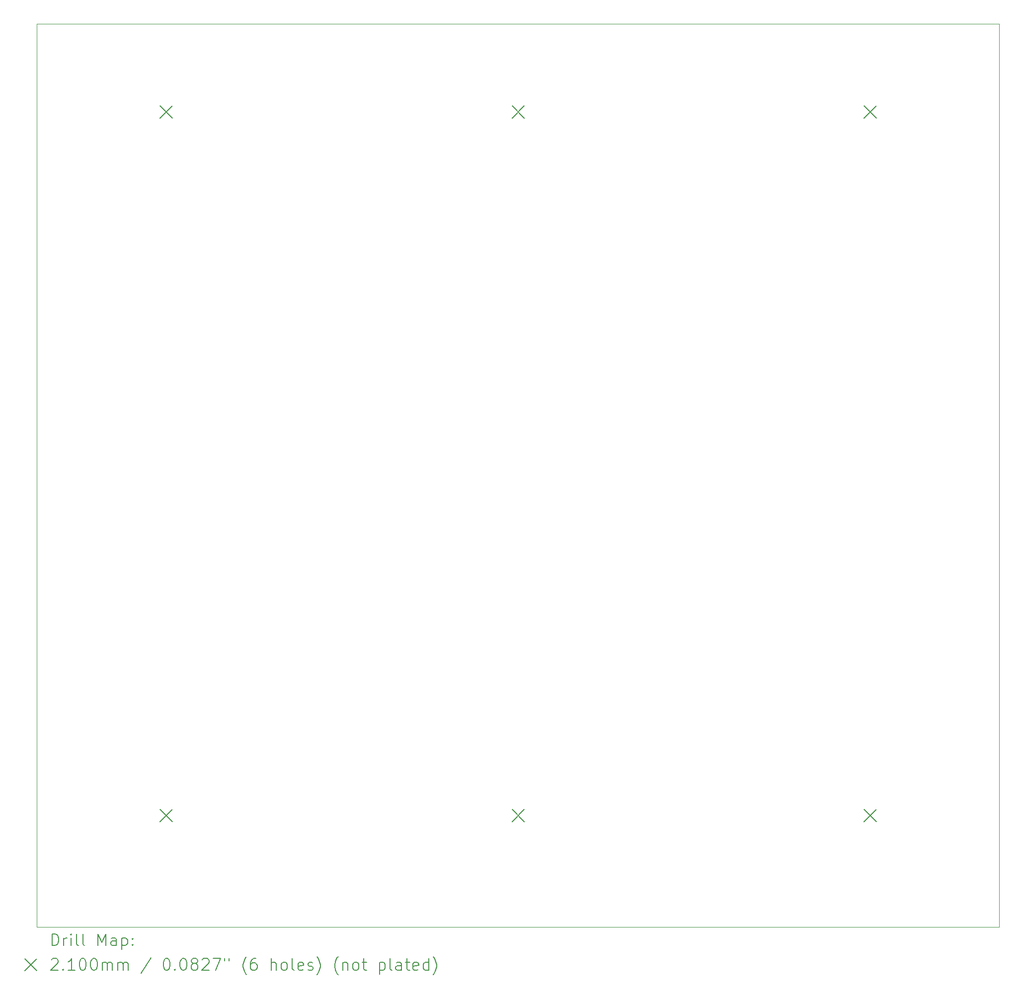
<source format=gbr>
%TF.GenerationSoftware,KiCad,Pcbnew,7.0.9*%
%TF.CreationDate,2024-01-01T16:10:21+05:30*%
%TF.ProjectId,Led_8x8Tower_Base,4c65645f-3878-4385-946f-7765725f4261,rev?*%
%TF.SameCoordinates,Original*%
%TF.FileFunction,Drillmap*%
%TF.FilePolarity,Positive*%
%FSLAX45Y45*%
G04 Gerber Fmt 4.5, Leading zero omitted, Abs format (unit mm)*
G04 Created by KiCad (PCBNEW 7.0.9) date 2024-01-01 16:10:21*
%MOMM*%
%LPD*%
G01*
G04 APERTURE LIST*
%ADD10C,0.100000*%
%ADD11C,0.200000*%
%ADD12C,0.210000*%
G04 APERTURE END LIST*
D10*
X4600000Y-1500000D02*
X4600000Y-16900000D01*
X4600000Y-16900000D02*
X21000000Y-16900000D01*
X21000000Y-16900000D02*
X21000000Y-1500000D01*
X21000000Y-1500000D02*
X4600000Y-1500000D01*
D11*
D12*
X6695000Y-2895000D02*
X6905000Y-3105000D01*
X6905000Y-2895000D02*
X6695000Y-3105000D01*
X6695000Y-14895000D02*
X6905000Y-15105000D01*
X6905000Y-14895000D02*
X6695000Y-15105000D01*
X12695000Y-2895000D02*
X12905000Y-3105000D01*
X12905000Y-2895000D02*
X12695000Y-3105000D01*
X12695000Y-14895000D02*
X12905000Y-15105000D01*
X12905000Y-14895000D02*
X12695000Y-15105000D01*
X18695000Y-2895000D02*
X18905000Y-3105000D01*
X18905000Y-2895000D02*
X18695000Y-3105000D01*
X18695000Y-14895000D02*
X18905000Y-15105000D01*
X18905000Y-14895000D02*
X18695000Y-15105000D01*
D11*
X4855777Y-17216484D02*
X4855777Y-17016484D01*
X4855777Y-17016484D02*
X4903396Y-17016484D01*
X4903396Y-17016484D02*
X4931967Y-17026008D01*
X4931967Y-17026008D02*
X4951015Y-17045055D01*
X4951015Y-17045055D02*
X4960539Y-17064103D01*
X4960539Y-17064103D02*
X4970063Y-17102198D01*
X4970063Y-17102198D02*
X4970063Y-17130770D01*
X4970063Y-17130770D02*
X4960539Y-17168865D01*
X4960539Y-17168865D02*
X4951015Y-17187912D01*
X4951015Y-17187912D02*
X4931967Y-17206960D01*
X4931967Y-17206960D02*
X4903396Y-17216484D01*
X4903396Y-17216484D02*
X4855777Y-17216484D01*
X5055777Y-17216484D02*
X5055777Y-17083150D01*
X5055777Y-17121246D02*
X5065301Y-17102198D01*
X5065301Y-17102198D02*
X5074824Y-17092674D01*
X5074824Y-17092674D02*
X5093872Y-17083150D01*
X5093872Y-17083150D02*
X5112920Y-17083150D01*
X5179586Y-17216484D02*
X5179586Y-17083150D01*
X5179586Y-17016484D02*
X5170063Y-17026008D01*
X5170063Y-17026008D02*
X5179586Y-17035531D01*
X5179586Y-17035531D02*
X5189110Y-17026008D01*
X5189110Y-17026008D02*
X5179586Y-17016484D01*
X5179586Y-17016484D02*
X5179586Y-17035531D01*
X5303396Y-17216484D02*
X5284348Y-17206960D01*
X5284348Y-17206960D02*
X5274824Y-17187912D01*
X5274824Y-17187912D02*
X5274824Y-17016484D01*
X5408158Y-17216484D02*
X5389110Y-17206960D01*
X5389110Y-17206960D02*
X5379586Y-17187912D01*
X5379586Y-17187912D02*
X5379586Y-17016484D01*
X5636729Y-17216484D02*
X5636729Y-17016484D01*
X5636729Y-17016484D02*
X5703396Y-17159341D01*
X5703396Y-17159341D02*
X5770062Y-17016484D01*
X5770062Y-17016484D02*
X5770062Y-17216484D01*
X5951015Y-17216484D02*
X5951015Y-17111722D01*
X5951015Y-17111722D02*
X5941491Y-17092674D01*
X5941491Y-17092674D02*
X5922443Y-17083150D01*
X5922443Y-17083150D02*
X5884348Y-17083150D01*
X5884348Y-17083150D02*
X5865301Y-17092674D01*
X5951015Y-17206960D02*
X5931967Y-17216484D01*
X5931967Y-17216484D02*
X5884348Y-17216484D01*
X5884348Y-17216484D02*
X5865301Y-17206960D01*
X5865301Y-17206960D02*
X5855777Y-17187912D01*
X5855777Y-17187912D02*
X5855777Y-17168865D01*
X5855777Y-17168865D02*
X5865301Y-17149817D01*
X5865301Y-17149817D02*
X5884348Y-17140293D01*
X5884348Y-17140293D02*
X5931967Y-17140293D01*
X5931967Y-17140293D02*
X5951015Y-17130770D01*
X6046253Y-17083150D02*
X6046253Y-17283150D01*
X6046253Y-17092674D02*
X6065301Y-17083150D01*
X6065301Y-17083150D02*
X6103396Y-17083150D01*
X6103396Y-17083150D02*
X6122443Y-17092674D01*
X6122443Y-17092674D02*
X6131967Y-17102198D01*
X6131967Y-17102198D02*
X6141491Y-17121246D01*
X6141491Y-17121246D02*
X6141491Y-17178389D01*
X6141491Y-17178389D02*
X6131967Y-17197436D01*
X6131967Y-17197436D02*
X6122443Y-17206960D01*
X6122443Y-17206960D02*
X6103396Y-17216484D01*
X6103396Y-17216484D02*
X6065301Y-17216484D01*
X6065301Y-17216484D02*
X6046253Y-17206960D01*
X6227205Y-17197436D02*
X6236729Y-17206960D01*
X6236729Y-17206960D02*
X6227205Y-17216484D01*
X6227205Y-17216484D02*
X6217682Y-17206960D01*
X6217682Y-17206960D02*
X6227205Y-17197436D01*
X6227205Y-17197436D02*
X6227205Y-17216484D01*
X6227205Y-17092674D02*
X6236729Y-17102198D01*
X6236729Y-17102198D02*
X6227205Y-17111722D01*
X6227205Y-17111722D02*
X6217682Y-17102198D01*
X6217682Y-17102198D02*
X6227205Y-17092674D01*
X6227205Y-17092674D02*
X6227205Y-17111722D01*
X4395000Y-17445000D02*
X4595000Y-17645000D01*
X4595000Y-17445000D02*
X4395000Y-17645000D01*
X4846253Y-17455531D02*
X4855777Y-17446008D01*
X4855777Y-17446008D02*
X4874824Y-17436484D01*
X4874824Y-17436484D02*
X4922444Y-17436484D01*
X4922444Y-17436484D02*
X4941491Y-17446008D01*
X4941491Y-17446008D02*
X4951015Y-17455531D01*
X4951015Y-17455531D02*
X4960539Y-17474579D01*
X4960539Y-17474579D02*
X4960539Y-17493627D01*
X4960539Y-17493627D02*
X4951015Y-17522198D01*
X4951015Y-17522198D02*
X4836729Y-17636484D01*
X4836729Y-17636484D02*
X4960539Y-17636484D01*
X5046253Y-17617436D02*
X5055777Y-17626960D01*
X5055777Y-17626960D02*
X5046253Y-17636484D01*
X5046253Y-17636484D02*
X5036729Y-17626960D01*
X5036729Y-17626960D02*
X5046253Y-17617436D01*
X5046253Y-17617436D02*
X5046253Y-17636484D01*
X5246253Y-17636484D02*
X5131967Y-17636484D01*
X5189110Y-17636484D02*
X5189110Y-17436484D01*
X5189110Y-17436484D02*
X5170063Y-17465055D01*
X5170063Y-17465055D02*
X5151015Y-17484103D01*
X5151015Y-17484103D02*
X5131967Y-17493627D01*
X5370063Y-17436484D02*
X5389110Y-17436484D01*
X5389110Y-17436484D02*
X5408158Y-17446008D01*
X5408158Y-17446008D02*
X5417682Y-17455531D01*
X5417682Y-17455531D02*
X5427205Y-17474579D01*
X5427205Y-17474579D02*
X5436729Y-17512674D01*
X5436729Y-17512674D02*
X5436729Y-17560293D01*
X5436729Y-17560293D02*
X5427205Y-17598389D01*
X5427205Y-17598389D02*
X5417682Y-17617436D01*
X5417682Y-17617436D02*
X5408158Y-17626960D01*
X5408158Y-17626960D02*
X5389110Y-17636484D01*
X5389110Y-17636484D02*
X5370063Y-17636484D01*
X5370063Y-17636484D02*
X5351015Y-17626960D01*
X5351015Y-17626960D02*
X5341491Y-17617436D01*
X5341491Y-17617436D02*
X5331967Y-17598389D01*
X5331967Y-17598389D02*
X5322444Y-17560293D01*
X5322444Y-17560293D02*
X5322444Y-17512674D01*
X5322444Y-17512674D02*
X5331967Y-17474579D01*
X5331967Y-17474579D02*
X5341491Y-17455531D01*
X5341491Y-17455531D02*
X5351015Y-17446008D01*
X5351015Y-17446008D02*
X5370063Y-17436484D01*
X5560539Y-17436484D02*
X5579586Y-17436484D01*
X5579586Y-17436484D02*
X5598634Y-17446008D01*
X5598634Y-17446008D02*
X5608158Y-17455531D01*
X5608158Y-17455531D02*
X5617682Y-17474579D01*
X5617682Y-17474579D02*
X5627205Y-17512674D01*
X5627205Y-17512674D02*
X5627205Y-17560293D01*
X5627205Y-17560293D02*
X5617682Y-17598389D01*
X5617682Y-17598389D02*
X5608158Y-17617436D01*
X5608158Y-17617436D02*
X5598634Y-17626960D01*
X5598634Y-17626960D02*
X5579586Y-17636484D01*
X5579586Y-17636484D02*
X5560539Y-17636484D01*
X5560539Y-17636484D02*
X5541491Y-17626960D01*
X5541491Y-17626960D02*
X5531967Y-17617436D01*
X5531967Y-17617436D02*
X5522444Y-17598389D01*
X5522444Y-17598389D02*
X5512920Y-17560293D01*
X5512920Y-17560293D02*
X5512920Y-17512674D01*
X5512920Y-17512674D02*
X5522444Y-17474579D01*
X5522444Y-17474579D02*
X5531967Y-17455531D01*
X5531967Y-17455531D02*
X5541491Y-17446008D01*
X5541491Y-17446008D02*
X5560539Y-17436484D01*
X5712920Y-17636484D02*
X5712920Y-17503150D01*
X5712920Y-17522198D02*
X5722443Y-17512674D01*
X5722443Y-17512674D02*
X5741491Y-17503150D01*
X5741491Y-17503150D02*
X5770063Y-17503150D01*
X5770063Y-17503150D02*
X5789110Y-17512674D01*
X5789110Y-17512674D02*
X5798634Y-17531722D01*
X5798634Y-17531722D02*
X5798634Y-17636484D01*
X5798634Y-17531722D02*
X5808158Y-17512674D01*
X5808158Y-17512674D02*
X5827205Y-17503150D01*
X5827205Y-17503150D02*
X5855777Y-17503150D01*
X5855777Y-17503150D02*
X5874824Y-17512674D01*
X5874824Y-17512674D02*
X5884348Y-17531722D01*
X5884348Y-17531722D02*
X5884348Y-17636484D01*
X5979586Y-17636484D02*
X5979586Y-17503150D01*
X5979586Y-17522198D02*
X5989110Y-17512674D01*
X5989110Y-17512674D02*
X6008158Y-17503150D01*
X6008158Y-17503150D02*
X6036729Y-17503150D01*
X6036729Y-17503150D02*
X6055777Y-17512674D01*
X6055777Y-17512674D02*
X6065301Y-17531722D01*
X6065301Y-17531722D02*
X6065301Y-17636484D01*
X6065301Y-17531722D02*
X6074824Y-17512674D01*
X6074824Y-17512674D02*
X6093872Y-17503150D01*
X6093872Y-17503150D02*
X6122443Y-17503150D01*
X6122443Y-17503150D02*
X6141491Y-17512674D01*
X6141491Y-17512674D02*
X6151015Y-17531722D01*
X6151015Y-17531722D02*
X6151015Y-17636484D01*
X6541491Y-17426960D02*
X6370063Y-17684103D01*
X6798634Y-17436484D02*
X6817682Y-17436484D01*
X6817682Y-17436484D02*
X6836729Y-17446008D01*
X6836729Y-17446008D02*
X6846253Y-17455531D01*
X6846253Y-17455531D02*
X6855777Y-17474579D01*
X6855777Y-17474579D02*
X6865301Y-17512674D01*
X6865301Y-17512674D02*
X6865301Y-17560293D01*
X6865301Y-17560293D02*
X6855777Y-17598389D01*
X6855777Y-17598389D02*
X6846253Y-17617436D01*
X6846253Y-17617436D02*
X6836729Y-17626960D01*
X6836729Y-17626960D02*
X6817682Y-17636484D01*
X6817682Y-17636484D02*
X6798634Y-17636484D01*
X6798634Y-17636484D02*
X6779586Y-17626960D01*
X6779586Y-17626960D02*
X6770063Y-17617436D01*
X6770063Y-17617436D02*
X6760539Y-17598389D01*
X6760539Y-17598389D02*
X6751015Y-17560293D01*
X6751015Y-17560293D02*
X6751015Y-17512674D01*
X6751015Y-17512674D02*
X6760539Y-17474579D01*
X6760539Y-17474579D02*
X6770063Y-17455531D01*
X6770063Y-17455531D02*
X6779586Y-17446008D01*
X6779586Y-17446008D02*
X6798634Y-17436484D01*
X6951015Y-17617436D02*
X6960539Y-17626960D01*
X6960539Y-17626960D02*
X6951015Y-17636484D01*
X6951015Y-17636484D02*
X6941491Y-17626960D01*
X6941491Y-17626960D02*
X6951015Y-17617436D01*
X6951015Y-17617436D02*
X6951015Y-17636484D01*
X7084348Y-17436484D02*
X7103396Y-17436484D01*
X7103396Y-17436484D02*
X7122444Y-17446008D01*
X7122444Y-17446008D02*
X7131967Y-17455531D01*
X7131967Y-17455531D02*
X7141491Y-17474579D01*
X7141491Y-17474579D02*
X7151015Y-17512674D01*
X7151015Y-17512674D02*
X7151015Y-17560293D01*
X7151015Y-17560293D02*
X7141491Y-17598389D01*
X7141491Y-17598389D02*
X7131967Y-17617436D01*
X7131967Y-17617436D02*
X7122444Y-17626960D01*
X7122444Y-17626960D02*
X7103396Y-17636484D01*
X7103396Y-17636484D02*
X7084348Y-17636484D01*
X7084348Y-17636484D02*
X7065301Y-17626960D01*
X7065301Y-17626960D02*
X7055777Y-17617436D01*
X7055777Y-17617436D02*
X7046253Y-17598389D01*
X7046253Y-17598389D02*
X7036729Y-17560293D01*
X7036729Y-17560293D02*
X7036729Y-17512674D01*
X7036729Y-17512674D02*
X7046253Y-17474579D01*
X7046253Y-17474579D02*
X7055777Y-17455531D01*
X7055777Y-17455531D02*
X7065301Y-17446008D01*
X7065301Y-17446008D02*
X7084348Y-17436484D01*
X7265301Y-17522198D02*
X7246253Y-17512674D01*
X7246253Y-17512674D02*
X7236729Y-17503150D01*
X7236729Y-17503150D02*
X7227206Y-17484103D01*
X7227206Y-17484103D02*
X7227206Y-17474579D01*
X7227206Y-17474579D02*
X7236729Y-17455531D01*
X7236729Y-17455531D02*
X7246253Y-17446008D01*
X7246253Y-17446008D02*
X7265301Y-17436484D01*
X7265301Y-17436484D02*
X7303396Y-17436484D01*
X7303396Y-17436484D02*
X7322444Y-17446008D01*
X7322444Y-17446008D02*
X7331967Y-17455531D01*
X7331967Y-17455531D02*
X7341491Y-17474579D01*
X7341491Y-17474579D02*
X7341491Y-17484103D01*
X7341491Y-17484103D02*
X7331967Y-17503150D01*
X7331967Y-17503150D02*
X7322444Y-17512674D01*
X7322444Y-17512674D02*
X7303396Y-17522198D01*
X7303396Y-17522198D02*
X7265301Y-17522198D01*
X7265301Y-17522198D02*
X7246253Y-17531722D01*
X7246253Y-17531722D02*
X7236729Y-17541246D01*
X7236729Y-17541246D02*
X7227206Y-17560293D01*
X7227206Y-17560293D02*
X7227206Y-17598389D01*
X7227206Y-17598389D02*
X7236729Y-17617436D01*
X7236729Y-17617436D02*
X7246253Y-17626960D01*
X7246253Y-17626960D02*
X7265301Y-17636484D01*
X7265301Y-17636484D02*
X7303396Y-17636484D01*
X7303396Y-17636484D02*
X7322444Y-17626960D01*
X7322444Y-17626960D02*
X7331967Y-17617436D01*
X7331967Y-17617436D02*
X7341491Y-17598389D01*
X7341491Y-17598389D02*
X7341491Y-17560293D01*
X7341491Y-17560293D02*
X7331967Y-17541246D01*
X7331967Y-17541246D02*
X7322444Y-17531722D01*
X7322444Y-17531722D02*
X7303396Y-17522198D01*
X7417682Y-17455531D02*
X7427206Y-17446008D01*
X7427206Y-17446008D02*
X7446253Y-17436484D01*
X7446253Y-17436484D02*
X7493872Y-17436484D01*
X7493872Y-17436484D02*
X7512920Y-17446008D01*
X7512920Y-17446008D02*
X7522444Y-17455531D01*
X7522444Y-17455531D02*
X7531967Y-17474579D01*
X7531967Y-17474579D02*
X7531967Y-17493627D01*
X7531967Y-17493627D02*
X7522444Y-17522198D01*
X7522444Y-17522198D02*
X7408158Y-17636484D01*
X7408158Y-17636484D02*
X7531967Y-17636484D01*
X7598634Y-17436484D02*
X7731967Y-17436484D01*
X7731967Y-17436484D02*
X7646253Y-17636484D01*
X7798634Y-17436484D02*
X7798634Y-17474579D01*
X7874825Y-17436484D02*
X7874825Y-17474579D01*
X8170063Y-17712674D02*
X8160539Y-17703150D01*
X8160539Y-17703150D02*
X8141491Y-17674579D01*
X8141491Y-17674579D02*
X8131968Y-17655531D01*
X8131968Y-17655531D02*
X8122444Y-17626960D01*
X8122444Y-17626960D02*
X8112920Y-17579341D01*
X8112920Y-17579341D02*
X8112920Y-17541246D01*
X8112920Y-17541246D02*
X8122444Y-17493627D01*
X8122444Y-17493627D02*
X8131968Y-17465055D01*
X8131968Y-17465055D02*
X8141491Y-17446008D01*
X8141491Y-17446008D02*
X8160539Y-17417436D01*
X8160539Y-17417436D02*
X8170063Y-17407912D01*
X8331968Y-17436484D02*
X8293872Y-17436484D01*
X8293872Y-17436484D02*
X8274825Y-17446008D01*
X8274825Y-17446008D02*
X8265301Y-17455531D01*
X8265301Y-17455531D02*
X8246253Y-17484103D01*
X8246253Y-17484103D02*
X8236729Y-17522198D01*
X8236729Y-17522198D02*
X8236729Y-17598389D01*
X8236729Y-17598389D02*
X8246253Y-17617436D01*
X8246253Y-17617436D02*
X8255777Y-17626960D01*
X8255777Y-17626960D02*
X8274825Y-17636484D01*
X8274825Y-17636484D02*
X8312920Y-17636484D01*
X8312920Y-17636484D02*
X8331968Y-17626960D01*
X8331968Y-17626960D02*
X8341491Y-17617436D01*
X8341491Y-17617436D02*
X8351015Y-17598389D01*
X8351015Y-17598389D02*
X8351015Y-17550770D01*
X8351015Y-17550770D02*
X8341491Y-17531722D01*
X8341491Y-17531722D02*
X8331968Y-17522198D01*
X8331968Y-17522198D02*
X8312920Y-17512674D01*
X8312920Y-17512674D02*
X8274825Y-17512674D01*
X8274825Y-17512674D02*
X8255777Y-17522198D01*
X8255777Y-17522198D02*
X8246253Y-17531722D01*
X8246253Y-17531722D02*
X8236729Y-17550770D01*
X8589111Y-17636484D02*
X8589111Y-17436484D01*
X8674825Y-17636484D02*
X8674825Y-17531722D01*
X8674825Y-17531722D02*
X8665301Y-17512674D01*
X8665301Y-17512674D02*
X8646253Y-17503150D01*
X8646253Y-17503150D02*
X8617682Y-17503150D01*
X8617682Y-17503150D02*
X8598634Y-17512674D01*
X8598634Y-17512674D02*
X8589111Y-17522198D01*
X8798634Y-17636484D02*
X8779587Y-17626960D01*
X8779587Y-17626960D02*
X8770063Y-17617436D01*
X8770063Y-17617436D02*
X8760539Y-17598389D01*
X8760539Y-17598389D02*
X8760539Y-17541246D01*
X8760539Y-17541246D02*
X8770063Y-17522198D01*
X8770063Y-17522198D02*
X8779587Y-17512674D01*
X8779587Y-17512674D02*
X8798634Y-17503150D01*
X8798634Y-17503150D02*
X8827206Y-17503150D01*
X8827206Y-17503150D02*
X8846253Y-17512674D01*
X8846253Y-17512674D02*
X8855777Y-17522198D01*
X8855777Y-17522198D02*
X8865301Y-17541246D01*
X8865301Y-17541246D02*
X8865301Y-17598389D01*
X8865301Y-17598389D02*
X8855777Y-17617436D01*
X8855777Y-17617436D02*
X8846253Y-17626960D01*
X8846253Y-17626960D02*
X8827206Y-17636484D01*
X8827206Y-17636484D02*
X8798634Y-17636484D01*
X8979587Y-17636484D02*
X8960539Y-17626960D01*
X8960539Y-17626960D02*
X8951015Y-17607912D01*
X8951015Y-17607912D02*
X8951015Y-17436484D01*
X9131968Y-17626960D02*
X9112920Y-17636484D01*
X9112920Y-17636484D02*
X9074825Y-17636484D01*
X9074825Y-17636484D02*
X9055777Y-17626960D01*
X9055777Y-17626960D02*
X9046253Y-17607912D01*
X9046253Y-17607912D02*
X9046253Y-17531722D01*
X9046253Y-17531722D02*
X9055777Y-17512674D01*
X9055777Y-17512674D02*
X9074825Y-17503150D01*
X9074825Y-17503150D02*
X9112920Y-17503150D01*
X9112920Y-17503150D02*
X9131968Y-17512674D01*
X9131968Y-17512674D02*
X9141492Y-17531722D01*
X9141492Y-17531722D02*
X9141492Y-17550770D01*
X9141492Y-17550770D02*
X9046253Y-17569817D01*
X9217682Y-17626960D02*
X9236730Y-17636484D01*
X9236730Y-17636484D02*
X9274825Y-17636484D01*
X9274825Y-17636484D02*
X9293873Y-17626960D01*
X9293873Y-17626960D02*
X9303396Y-17607912D01*
X9303396Y-17607912D02*
X9303396Y-17598389D01*
X9303396Y-17598389D02*
X9293873Y-17579341D01*
X9293873Y-17579341D02*
X9274825Y-17569817D01*
X9274825Y-17569817D02*
X9246253Y-17569817D01*
X9246253Y-17569817D02*
X9227206Y-17560293D01*
X9227206Y-17560293D02*
X9217682Y-17541246D01*
X9217682Y-17541246D02*
X9217682Y-17531722D01*
X9217682Y-17531722D02*
X9227206Y-17512674D01*
X9227206Y-17512674D02*
X9246253Y-17503150D01*
X9246253Y-17503150D02*
X9274825Y-17503150D01*
X9274825Y-17503150D02*
X9293873Y-17512674D01*
X9370063Y-17712674D02*
X9379587Y-17703150D01*
X9379587Y-17703150D02*
X9398634Y-17674579D01*
X9398634Y-17674579D02*
X9408158Y-17655531D01*
X9408158Y-17655531D02*
X9417682Y-17626960D01*
X9417682Y-17626960D02*
X9427206Y-17579341D01*
X9427206Y-17579341D02*
X9427206Y-17541246D01*
X9427206Y-17541246D02*
X9417682Y-17493627D01*
X9417682Y-17493627D02*
X9408158Y-17465055D01*
X9408158Y-17465055D02*
X9398634Y-17446008D01*
X9398634Y-17446008D02*
X9379587Y-17417436D01*
X9379587Y-17417436D02*
X9370063Y-17407912D01*
X9731968Y-17712674D02*
X9722444Y-17703150D01*
X9722444Y-17703150D02*
X9703396Y-17674579D01*
X9703396Y-17674579D02*
X9693873Y-17655531D01*
X9693873Y-17655531D02*
X9684349Y-17626960D01*
X9684349Y-17626960D02*
X9674825Y-17579341D01*
X9674825Y-17579341D02*
X9674825Y-17541246D01*
X9674825Y-17541246D02*
X9684349Y-17493627D01*
X9684349Y-17493627D02*
X9693873Y-17465055D01*
X9693873Y-17465055D02*
X9703396Y-17446008D01*
X9703396Y-17446008D02*
X9722444Y-17417436D01*
X9722444Y-17417436D02*
X9731968Y-17407912D01*
X9808158Y-17503150D02*
X9808158Y-17636484D01*
X9808158Y-17522198D02*
X9817682Y-17512674D01*
X9817682Y-17512674D02*
X9836730Y-17503150D01*
X9836730Y-17503150D02*
X9865301Y-17503150D01*
X9865301Y-17503150D02*
X9884349Y-17512674D01*
X9884349Y-17512674D02*
X9893873Y-17531722D01*
X9893873Y-17531722D02*
X9893873Y-17636484D01*
X10017682Y-17636484D02*
X9998634Y-17626960D01*
X9998634Y-17626960D02*
X9989111Y-17617436D01*
X9989111Y-17617436D02*
X9979587Y-17598389D01*
X9979587Y-17598389D02*
X9979587Y-17541246D01*
X9979587Y-17541246D02*
X9989111Y-17522198D01*
X9989111Y-17522198D02*
X9998634Y-17512674D01*
X9998634Y-17512674D02*
X10017682Y-17503150D01*
X10017682Y-17503150D02*
X10046254Y-17503150D01*
X10046254Y-17503150D02*
X10065301Y-17512674D01*
X10065301Y-17512674D02*
X10074825Y-17522198D01*
X10074825Y-17522198D02*
X10084349Y-17541246D01*
X10084349Y-17541246D02*
X10084349Y-17598389D01*
X10084349Y-17598389D02*
X10074825Y-17617436D01*
X10074825Y-17617436D02*
X10065301Y-17626960D01*
X10065301Y-17626960D02*
X10046254Y-17636484D01*
X10046254Y-17636484D02*
X10017682Y-17636484D01*
X10141492Y-17503150D02*
X10217682Y-17503150D01*
X10170063Y-17436484D02*
X10170063Y-17607912D01*
X10170063Y-17607912D02*
X10179587Y-17626960D01*
X10179587Y-17626960D02*
X10198634Y-17636484D01*
X10198634Y-17636484D02*
X10217682Y-17636484D01*
X10436730Y-17503150D02*
X10436730Y-17703150D01*
X10436730Y-17512674D02*
X10455777Y-17503150D01*
X10455777Y-17503150D02*
X10493873Y-17503150D01*
X10493873Y-17503150D02*
X10512920Y-17512674D01*
X10512920Y-17512674D02*
X10522444Y-17522198D01*
X10522444Y-17522198D02*
X10531968Y-17541246D01*
X10531968Y-17541246D02*
X10531968Y-17598389D01*
X10531968Y-17598389D02*
X10522444Y-17617436D01*
X10522444Y-17617436D02*
X10512920Y-17626960D01*
X10512920Y-17626960D02*
X10493873Y-17636484D01*
X10493873Y-17636484D02*
X10455777Y-17636484D01*
X10455777Y-17636484D02*
X10436730Y-17626960D01*
X10646254Y-17636484D02*
X10627206Y-17626960D01*
X10627206Y-17626960D02*
X10617682Y-17607912D01*
X10617682Y-17607912D02*
X10617682Y-17436484D01*
X10808158Y-17636484D02*
X10808158Y-17531722D01*
X10808158Y-17531722D02*
X10798635Y-17512674D01*
X10798635Y-17512674D02*
X10779587Y-17503150D01*
X10779587Y-17503150D02*
X10741492Y-17503150D01*
X10741492Y-17503150D02*
X10722444Y-17512674D01*
X10808158Y-17626960D02*
X10789111Y-17636484D01*
X10789111Y-17636484D02*
X10741492Y-17636484D01*
X10741492Y-17636484D02*
X10722444Y-17626960D01*
X10722444Y-17626960D02*
X10712920Y-17607912D01*
X10712920Y-17607912D02*
X10712920Y-17588865D01*
X10712920Y-17588865D02*
X10722444Y-17569817D01*
X10722444Y-17569817D02*
X10741492Y-17560293D01*
X10741492Y-17560293D02*
X10789111Y-17560293D01*
X10789111Y-17560293D02*
X10808158Y-17550770D01*
X10874825Y-17503150D02*
X10951015Y-17503150D01*
X10903396Y-17436484D02*
X10903396Y-17607912D01*
X10903396Y-17607912D02*
X10912920Y-17626960D01*
X10912920Y-17626960D02*
X10931968Y-17636484D01*
X10931968Y-17636484D02*
X10951015Y-17636484D01*
X11093873Y-17626960D02*
X11074825Y-17636484D01*
X11074825Y-17636484D02*
X11036730Y-17636484D01*
X11036730Y-17636484D02*
X11017682Y-17626960D01*
X11017682Y-17626960D02*
X11008158Y-17607912D01*
X11008158Y-17607912D02*
X11008158Y-17531722D01*
X11008158Y-17531722D02*
X11017682Y-17512674D01*
X11017682Y-17512674D02*
X11036730Y-17503150D01*
X11036730Y-17503150D02*
X11074825Y-17503150D01*
X11074825Y-17503150D02*
X11093873Y-17512674D01*
X11093873Y-17512674D02*
X11103396Y-17531722D01*
X11103396Y-17531722D02*
X11103396Y-17550770D01*
X11103396Y-17550770D02*
X11008158Y-17569817D01*
X11274825Y-17636484D02*
X11274825Y-17436484D01*
X11274825Y-17626960D02*
X11255777Y-17636484D01*
X11255777Y-17636484D02*
X11217682Y-17636484D01*
X11217682Y-17636484D02*
X11198634Y-17626960D01*
X11198634Y-17626960D02*
X11189111Y-17617436D01*
X11189111Y-17617436D02*
X11179587Y-17598389D01*
X11179587Y-17598389D02*
X11179587Y-17541246D01*
X11179587Y-17541246D02*
X11189111Y-17522198D01*
X11189111Y-17522198D02*
X11198634Y-17512674D01*
X11198634Y-17512674D02*
X11217682Y-17503150D01*
X11217682Y-17503150D02*
X11255777Y-17503150D01*
X11255777Y-17503150D02*
X11274825Y-17512674D01*
X11351015Y-17712674D02*
X11360539Y-17703150D01*
X11360539Y-17703150D02*
X11379587Y-17674579D01*
X11379587Y-17674579D02*
X11389111Y-17655531D01*
X11389111Y-17655531D02*
X11398634Y-17626960D01*
X11398634Y-17626960D02*
X11408158Y-17579341D01*
X11408158Y-17579341D02*
X11408158Y-17541246D01*
X11408158Y-17541246D02*
X11398634Y-17493627D01*
X11398634Y-17493627D02*
X11389111Y-17465055D01*
X11389111Y-17465055D02*
X11379587Y-17446008D01*
X11379587Y-17446008D02*
X11360539Y-17417436D01*
X11360539Y-17417436D02*
X11351015Y-17407912D01*
M02*

</source>
